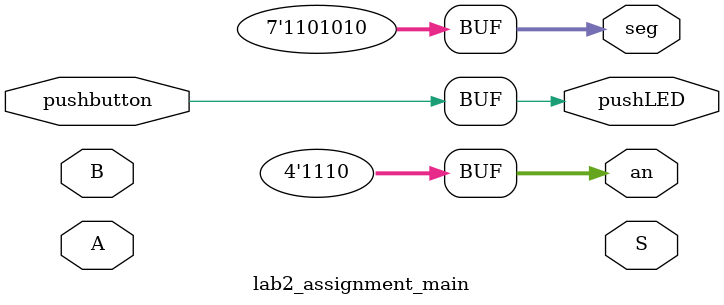
<source format=v>
`timescale 1ns / 1ps


module lab2_assignment_main(
    input [5:0] A,
    input [5:0] B,
    output [5:0] S,
    output [6:0] seg,
    output [3:0] an,
    input pushbutton,
    output pushLED
    );
    
    assign seg = 7'b1101010;
    assign an = 4'b1110;
    assign pushLED = pushbutton;
    
 
    
    
endmodule

</source>
